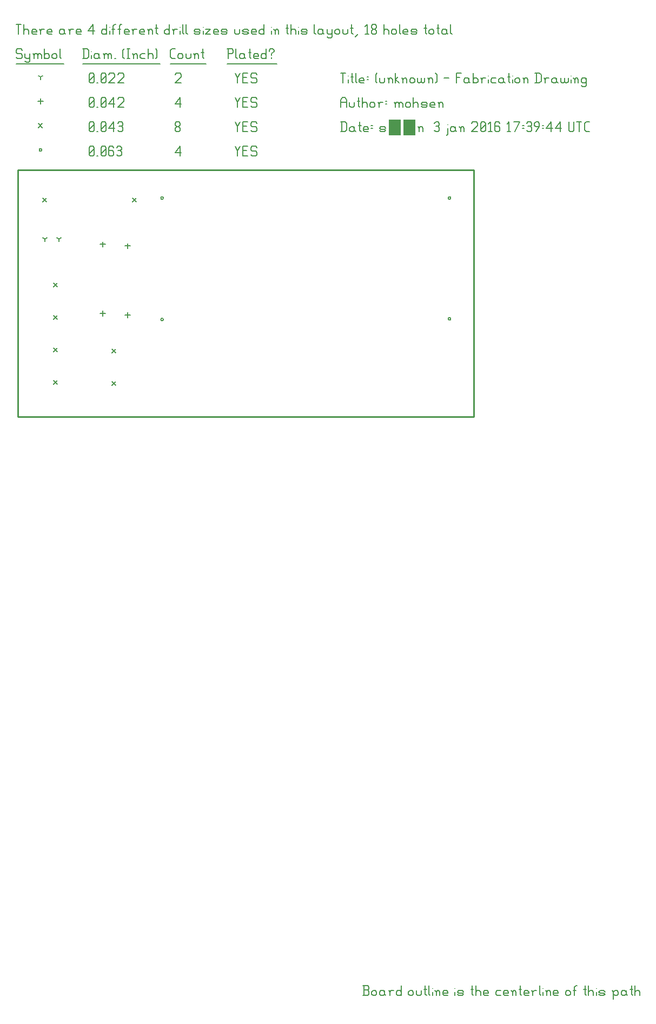
<source format=gbr>
G04 start of page 9 for group -3984 idx -3984 *
G04 Title: (unknown), fab *
G04 Creator: pcb 20110918 *
G04 CreationDate: sön  3 jan 2016 17:39:44 UTC *
G04 For: mohsen *
G04 Format: Gerber/RS-274X *
G04 PCB-Dimensions: 600000 500000 *
G04 PCB-Coordinate-Origin: lower left *
%MOIN*%
%FSLAX25Y25*%
%LNFAB*%
%ADD72C,0.0001*%
%ADD71C,0.0100*%
%ADD70C,0.0075*%
%ADD69C,0.0060*%
%ADD68C,0.0080*%
G54D68*X89169Y481622D02*G75*G03X90769Y481622I800J0D01*G01*
G75*G03X89169Y481622I-800J0D01*G01*
Y406819D02*G75*G03X90769Y406819I800J0D01*G01*
G75*G03X89169Y406819I-800J0D01*G01*
X266334Y481622D02*G75*G03X267934Y481622I800J0D01*G01*
G75*G03X266334Y481622I-800J0D01*G01*
Y407212D02*G75*G03X267934Y407212I800J0D01*G01*
G75*G03X266334Y407212I-800J0D01*G01*
X14200Y511250D02*G75*G03X15800Y511250I800J0D01*G01*
G75*G03X14200Y511250I-800J0D01*G01*
G54D69*X135000Y513500D02*X136500Y510500D01*
X138000Y513500D01*
X136500Y510500D02*Y507500D01*
X139800Y510800D02*X142050D01*
X139800Y507500D02*X142800D01*
X139800Y513500D02*Y507500D01*
Y513500D02*X142800D01*
X147600D02*X148350Y512750D01*
X145350Y513500D02*X147600D01*
X144600Y512750D02*X145350Y513500D01*
X144600Y512750D02*Y511250D01*
X145350Y510500D01*
X147600D01*
X148350Y509750D01*
Y508250D01*
X147600Y507500D02*X148350Y508250D01*
X145350Y507500D02*X147600D01*
X144600Y508250D02*X145350Y507500D01*
X98000Y509750D02*X101000Y513500D01*
X98000Y509750D02*X101750D01*
X101000Y513500D02*Y507500D01*
X45000Y508250D02*X45750Y507500D01*
X45000Y512750D02*Y508250D01*
Y512750D02*X45750Y513500D01*
X47250D01*
X48000Y512750D01*
Y508250D01*
X47250Y507500D02*X48000Y508250D01*
X45750Y507500D02*X47250D01*
X45000Y509000D02*X48000Y512000D01*
X49800Y507500D02*X50550D01*
X52350Y508250D02*X53100Y507500D01*
X52350Y512750D02*Y508250D01*
Y512750D02*X53100Y513500D01*
X54600D01*
X55350Y512750D01*
Y508250D01*
X54600Y507500D02*X55350Y508250D01*
X53100Y507500D02*X54600D01*
X52350Y509000D02*X55350Y512000D01*
X59400Y513500D02*X60150Y512750D01*
X57900Y513500D02*X59400D01*
X57150Y512750D02*X57900Y513500D01*
X57150Y512750D02*Y508250D01*
X57900Y507500D01*
X59400Y510800D02*X60150Y510050D01*
X57150Y510800D02*X59400D01*
X57900Y507500D02*X59400D01*
X60150Y508250D01*
Y510050D02*Y508250D01*
X61950Y512750D02*X62700Y513500D01*
X64200D01*
X64950Y512750D01*
X64200Y507500D02*X64950Y508250D01*
X62700Y507500D02*X64200D01*
X61950Y508250D02*X62700Y507500D01*
Y510800D02*X64200D01*
X64950Y512750D02*Y511550D01*
Y510050D02*Y508250D01*
Y510050D02*X64200Y510800D01*
X64950Y511550D02*X64200Y510800D01*
X58997Y368539D02*X61397Y366139D01*
X58997D02*X61397Y368539D01*
X58997Y388539D02*X61397Y386139D01*
X58997D02*X61397Y388539D01*
X23060Y389263D02*X25460Y386863D01*
X23060D02*X25460Y389263D01*
X23060Y369263D02*X25460Y366863D01*
X23060D02*X25460Y369263D01*
X23060Y429224D02*X25460Y426824D01*
X23060D02*X25460Y429224D01*
X23060Y409224D02*X25460Y406824D01*
X23060D02*X25460Y409224D01*
X16461Y481499D02*X18861Y479099D01*
X16461D02*X18861Y481499D01*
X71579D02*X73979Y479099D01*
X71579D02*X73979Y481499D01*
X13800Y527450D02*X16200Y525050D01*
X13800D02*X16200Y527450D01*
X135000Y528500D02*X136500Y525500D01*
X138000Y528500D01*
X136500Y525500D02*Y522500D01*
X139800Y525800D02*X142050D01*
X139800Y522500D02*X142800D01*
X139800Y528500D02*Y522500D01*
Y528500D02*X142800D01*
X147600D02*X148350Y527750D01*
X145350Y528500D02*X147600D01*
X144600Y527750D02*X145350Y528500D01*
X144600Y527750D02*Y526250D01*
X145350Y525500D01*
X147600D01*
X148350Y524750D01*
Y523250D01*
X147600Y522500D02*X148350Y523250D01*
X145350Y522500D02*X147600D01*
X144600Y523250D02*X145350Y522500D01*
X98000Y523250D02*X98750Y522500D01*
X98000Y524450D02*Y523250D01*
Y524450D02*X99050Y525500D01*
X99950D01*
X101000Y524450D01*
Y523250D01*
X100250Y522500D02*X101000Y523250D01*
X98750Y522500D02*X100250D01*
X98000Y526550D02*X99050Y525500D01*
X98000Y527750D02*Y526550D01*
Y527750D02*X98750Y528500D01*
X100250D01*
X101000Y527750D01*
Y526550D01*
X99950Y525500D02*X101000Y526550D01*
X45000Y523250D02*X45750Y522500D01*
X45000Y527750D02*Y523250D01*
Y527750D02*X45750Y528500D01*
X47250D01*
X48000Y527750D01*
Y523250D01*
X47250Y522500D02*X48000Y523250D01*
X45750Y522500D02*X47250D01*
X45000Y524000D02*X48000Y527000D01*
X49800Y522500D02*X50550D01*
X52350Y523250D02*X53100Y522500D01*
X52350Y527750D02*Y523250D01*
Y527750D02*X53100Y528500D01*
X54600D01*
X55350Y527750D01*
Y523250D01*
X54600Y522500D02*X55350Y523250D01*
X53100Y522500D02*X54600D01*
X52350Y524000D02*X55350Y527000D01*
X57150Y524750D02*X60150Y528500D01*
X57150Y524750D02*X60900D01*
X60150Y528500D02*Y522500D01*
X62700Y527750D02*X63450Y528500D01*
X64950D01*
X65700Y527750D01*
X64950Y522500D02*X65700Y523250D01*
X63450Y522500D02*X64950D01*
X62700Y523250D02*X63450Y522500D01*
Y525800D02*X64950D01*
X65700Y527750D02*Y526550D01*
Y525050D02*Y523250D01*
Y525050D02*X64950Y525800D01*
X65700Y526550D02*X64950Y525800D01*
X68779Y411217D02*Y408017D01*
X67179Y409617D02*X70379D01*
X68779Y453717D02*Y450517D01*
X67179Y452117D02*X70379D01*
X53465Y454755D02*Y451555D01*
X51865Y453155D02*X55065D01*
X53465Y412255D02*Y409055D01*
X51865Y410655D02*X55065D01*
X15000Y542850D02*Y539650D01*
X13400Y541250D02*X16600D01*
X135000Y543500D02*X136500Y540500D01*
X138000Y543500D01*
X136500Y540500D02*Y537500D01*
X139800Y540800D02*X142050D01*
X139800Y537500D02*X142800D01*
X139800Y543500D02*Y537500D01*
Y543500D02*X142800D01*
X147600D02*X148350Y542750D01*
X145350Y543500D02*X147600D01*
X144600Y542750D02*X145350Y543500D01*
X144600Y542750D02*Y541250D01*
X145350Y540500D01*
X147600D01*
X148350Y539750D01*
Y538250D01*
X147600Y537500D02*X148350Y538250D01*
X145350Y537500D02*X147600D01*
X144600Y538250D02*X145350Y537500D01*
X98000Y539750D02*X101000Y543500D01*
X98000Y539750D02*X101750D01*
X101000Y543500D02*Y537500D01*
X45000Y538250D02*X45750Y537500D01*
X45000Y542750D02*Y538250D01*
Y542750D02*X45750Y543500D01*
X47250D01*
X48000Y542750D01*
Y538250D01*
X47250Y537500D02*X48000Y538250D01*
X45750Y537500D02*X47250D01*
X45000Y539000D02*X48000Y542000D01*
X49800Y537500D02*X50550D01*
X52350Y538250D02*X53100Y537500D01*
X52350Y542750D02*Y538250D01*
Y542750D02*X53100Y543500D01*
X54600D01*
X55350Y542750D01*
Y538250D01*
X54600Y537500D02*X55350Y538250D01*
X53100Y537500D02*X54600D01*
X52350Y539000D02*X55350Y542000D01*
X57150Y539750D02*X60150Y543500D01*
X57150Y539750D02*X60900D01*
X60150Y543500D02*Y537500D01*
X62700Y542750D02*X63450Y543500D01*
X65700D01*
X66450Y542750D01*
Y541250D01*
X62700Y537500D02*X66450Y541250D01*
X62700Y537500D02*X66450D01*
X17804Y456409D02*Y454809D01*
Y456409D02*X19191Y457209D01*
X17804Y456409D02*X16417Y457209D01*
X26465Y456409D02*Y454809D01*
Y456409D02*X27852Y457209D01*
X26465Y456409D02*X25078Y457209D01*
X15000Y556250D02*Y554650D01*
Y556250D02*X16387Y557050D01*
X15000Y556250D02*X13613Y557050D01*
X135000Y558500D02*X136500Y555500D01*
X138000Y558500D01*
X136500Y555500D02*Y552500D01*
X139800Y555800D02*X142050D01*
X139800Y552500D02*X142800D01*
X139800Y558500D02*Y552500D01*
Y558500D02*X142800D01*
X147600D02*X148350Y557750D01*
X145350Y558500D02*X147600D01*
X144600Y557750D02*X145350Y558500D01*
X144600Y557750D02*Y556250D01*
X145350Y555500D01*
X147600D01*
X148350Y554750D01*
Y553250D01*
X147600Y552500D02*X148350Y553250D01*
X145350Y552500D02*X147600D01*
X144600Y553250D02*X145350Y552500D01*
X98000Y557750D02*X98750Y558500D01*
X101000D01*
X101750Y557750D01*
Y556250D01*
X98000Y552500D02*X101750Y556250D01*
X98000Y552500D02*X101750D01*
X45000Y553250D02*X45750Y552500D01*
X45000Y557750D02*Y553250D01*
Y557750D02*X45750Y558500D01*
X47250D01*
X48000Y557750D01*
Y553250D01*
X47250Y552500D02*X48000Y553250D01*
X45750Y552500D02*X47250D01*
X45000Y554000D02*X48000Y557000D01*
X49800Y552500D02*X50550D01*
X52350Y553250D02*X53100Y552500D01*
X52350Y557750D02*Y553250D01*
Y557750D02*X53100Y558500D01*
X54600D01*
X55350Y557750D01*
Y553250D01*
X54600Y552500D02*X55350Y553250D01*
X53100Y552500D02*X54600D01*
X52350Y554000D02*X55350Y557000D01*
X57150Y557750D02*X57900Y558500D01*
X60150D01*
X60900Y557750D01*
Y556250D01*
X57150Y552500D02*X60900Y556250D01*
X57150Y552500D02*X60900D01*
X62700Y557750D02*X63450Y558500D01*
X65700D01*
X66450Y557750D01*
Y556250D01*
X62700Y552500D02*X66450Y556250D01*
X62700Y552500D02*X66450D01*
X3000Y573500D02*X3750Y572750D01*
X750Y573500D02*X3000D01*
X0Y572750D02*X750Y573500D01*
X0Y572750D02*Y571250D01*
X750Y570500D01*
X3000D01*
X3750Y569750D01*
Y568250D01*
X3000Y567500D02*X3750Y568250D01*
X750Y567500D02*X3000D01*
X0Y568250D02*X750Y567500D01*
X5550Y570500D02*Y568250D01*
X6300Y567500D01*
X8550Y570500D02*Y566000D01*
X7800Y565250D02*X8550Y566000D01*
X6300Y565250D02*X7800D01*
X5550Y566000D02*X6300Y565250D01*
Y567500D02*X7800D01*
X8550Y568250D01*
X11100Y569750D02*Y567500D01*
Y569750D02*X11850Y570500D01*
X12600D01*
X13350Y569750D01*
Y567500D01*
Y569750D02*X14100Y570500D01*
X14850D01*
X15600Y569750D01*
Y567500D01*
X10350Y570500D02*X11100Y569750D01*
X17400Y573500D02*Y567500D01*
Y568250D02*X18150Y567500D01*
X19650D01*
X20400Y568250D01*
Y569750D02*Y568250D01*
X19650Y570500D02*X20400Y569750D01*
X18150Y570500D02*X19650D01*
X17400Y569750D02*X18150Y570500D01*
X22200Y569750D02*Y568250D01*
Y569750D02*X22950Y570500D01*
X24450D01*
X25200Y569750D01*
Y568250D01*
X24450Y567500D02*X25200Y568250D01*
X22950Y567500D02*X24450D01*
X22200Y568250D02*X22950Y567500D01*
X27000Y573500D02*Y568250D01*
X27750Y567500D01*
X0Y564250D02*X29250D01*
X41750Y573500D02*Y567500D01*
X43700Y573500D02*X44750Y572450D01*
Y568550D01*
X43700Y567500D02*X44750Y568550D01*
X41000Y567500D02*X43700D01*
X41000Y573500D02*X43700D01*
G54D70*X46550Y572000D02*Y571850D01*
G54D69*Y569750D02*Y567500D01*
X50300Y570500D02*X51050Y569750D01*
X48800Y570500D02*X50300D01*
X48050Y569750D02*X48800Y570500D01*
X48050Y569750D02*Y568250D01*
X48800Y567500D01*
X51050Y570500D02*Y568250D01*
X51800Y567500D01*
X48800D02*X50300D01*
X51050Y568250D01*
X54350Y569750D02*Y567500D01*
Y569750D02*X55100Y570500D01*
X55850D01*
X56600Y569750D01*
Y567500D01*
Y569750D02*X57350Y570500D01*
X58100D01*
X58850Y569750D01*
Y567500D01*
X53600Y570500D02*X54350Y569750D01*
X60650Y567500D02*X61400D01*
X65900Y568250D02*X66650Y567500D01*
X65900Y572750D02*X66650Y573500D01*
X65900Y572750D02*Y568250D01*
X68450Y573500D02*X69950D01*
X69200D02*Y567500D01*
X68450D02*X69950D01*
X72500Y569750D02*Y567500D01*
Y569750D02*X73250Y570500D01*
X74000D01*
X74750Y569750D01*
Y567500D01*
X71750Y570500D02*X72500Y569750D01*
X77300Y570500D02*X79550D01*
X76550Y569750D02*X77300Y570500D01*
X76550Y569750D02*Y568250D01*
X77300Y567500D01*
X79550D01*
X81350Y573500D02*Y567500D01*
Y569750D02*X82100Y570500D01*
X83600D01*
X84350Y569750D01*
Y567500D01*
X86150Y573500D02*X86900Y572750D01*
Y568250D01*
X86150Y567500D02*X86900Y568250D01*
X41000Y564250D02*X88700D01*
X96050Y567500D02*X98000D01*
X95000Y568550D02*X96050Y567500D01*
X95000Y572450D02*Y568550D01*
Y572450D02*X96050Y573500D01*
X98000D01*
X99800Y569750D02*Y568250D01*
Y569750D02*X100550Y570500D01*
X102050D01*
X102800Y569750D01*
Y568250D01*
X102050Y567500D02*X102800Y568250D01*
X100550Y567500D02*X102050D01*
X99800Y568250D02*X100550Y567500D01*
X104600Y570500D02*Y568250D01*
X105350Y567500D01*
X106850D01*
X107600Y568250D01*
Y570500D02*Y568250D01*
X110150Y569750D02*Y567500D01*
Y569750D02*X110900Y570500D01*
X111650D01*
X112400Y569750D01*
Y567500D01*
X109400Y570500D02*X110150Y569750D01*
X114950Y573500D02*Y568250D01*
X115700Y567500D01*
X114200Y571250D02*X115700D01*
X95000Y564250D02*X117200D01*
X130750Y573500D02*Y567500D01*
X130000Y573500D02*X133000D01*
X133750Y572750D01*
Y571250D01*
X133000Y570500D02*X133750Y571250D01*
X130750Y570500D02*X133000D01*
X135550Y573500D02*Y568250D01*
X136300Y567500D01*
X140050Y570500D02*X140800Y569750D01*
X138550Y570500D02*X140050D01*
X137800Y569750D02*X138550Y570500D01*
X137800Y569750D02*Y568250D01*
X138550Y567500D01*
X140800Y570500D02*Y568250D01*
X141550Y567500D01*
X138550D02*X140050D01*
X140800Y568250D01*
X144100Y573500D02*Y568250D01*
X144850Y567500D01*
X143350Y571250D02*X144850D01*
X147100Y567500D02*X149350D01*
X146350Y568250D02*X147100Y567500D01*
X146350Y569750D02*Y568250D01*
Y569750D02*X147100Y570500D01*
X148600D01*
X149350Y569750D01*
X146350Y569000D02*X149350D01*
Y569750D02*Y569000D01*
X154150Y573500D02*Y567500D01*
X153400D02*X154150Y568250D01*
X151900Y567500D02*X153400D01*
X151150Y568250D02*X151900Y567500D01*
X151150Y569750D02*Y568250D01*
Y569750D02*X151900Y570500D01*
X153400D01*
X154150Y569750D01*
X157450Y570500D02*Y569750D01*
Y568250D02*Y567500D01*
X155950Y572750D02*Y572000D01*
Y572750D02*X156700Y573500D01*
X158200D01*
X158950Y572750D01*
Y572000D01*
X157450Y570500D02*X158950Y572000D01*
X130000Y564250D02*X160750D01*
X0Y588500D02*X3000D01*
X1500D02*Y582500D01*
X4800Y588500D02*Y582500D01*
Y584750D02*X5550Y585500D01*
X7050D01*
X7800Y584750D01*
Y582500D01*
X10350D02*X12600D01*
X9600Y583250D02*X10350Y582500D01*
X9600Y584750D02*Y583250D01*
Y584750D02*X10350Y585500D01*
X11850D01*
X12600Y584750D01*
X9600Y584000D02*X12600D01*
Y584750D02*Y584000D01*
X15150Y584750D02*Y582500D01*
Y584750D02*X15900Y585500D01*
X17400D01*
X14400D02*X15150Y584750D01*
X19950Y582500D02*X22200D01*
X19200Y583250D02*X19950Y582500D01*
X19200Y584750D02*Y583250D01*
Y584750D02*X19950Y585500D01*
X21450D01*
X22200Y584750D01*
X19200Y584000D02*X22200D01*
Y584750D02*Y584000D01*
X28950Y585500D02*X29700Y584750D01*
X27450Y585500D02*X28950D01*
X26700Y584750D02*X27450Y585500D01*
X26700Y584750D02*Y583250D01*
X27450Y582500D01*
X29700Y585500D02*Y583250D01*
X30450Y582500D01*
X27450D02*X28950D01*
X29700Y583250D01*
X33000Y584750D02*Y582500D01*
Y584750D02*X33750Y585500D01*
X35250D01*
X32250D02*X33000Y584750D01*
X37800Y582500D02*X40050D01*
X37050Y583250D02*X37800Y582500D01*
X37050Y584750D02*Y583250D01*
Y584750D02*X37800Y585500D01*
X39300D01*
X40050Y584750D01*
X37050Y584000D02*X40050D01*
Y584750D02*Y584000D01*
X44550Y584750D02*X47550Y588500D01*
X44550Y584750D02*X48300D01*
X47550Y588500D02*Y582500D01*
X55800Y588500D02*Y582500D01*
X55050D02*X55800Y583250D01*
X53550Y582500D02*X55050D01*
X52800Y583250D02*X53550Y582500D01*
X52800Y584750D02*Y583250D01*
Y584750D02*X53550Y585500D01*
X55050D01*
X55800Y584750D01*
G54D70*X57600Y587000D02*Y586850D01*
G54D69*Y584750D02*Y582500D01*
X59850Y587750D02*Y582500D01*
Y587750D02*X60600Y588500D01*
X61350D01*
X59100Y585500D02*X60600D01*
X63600Y587750D02*Y582500D01*
Y587750D02*X64350Y588500D01*
X65100D01*
X62850Y585500D02*X64350D01*
X67350Y582500D02*X69600D01*
X66600Y583250D02*X67350Y582500D01*
X66600Y584750D02*Y583250D01*
Y584750D02*X67350Y585500D01*
X68850D01*
X69600Y584750D01*
X66600Y584000D02*X69600D01*
Y584750D02*Y584000D01*
X72150Y584750D02*Y582500D01*
Y584750D02*X72900Y585500D01*
X74400D01*
X71400D02*X72150Y584750D01*
X76950Y582500D02*X79200D01*
X76200Y583250D02*X76950Y582500D01*
X76200Y584750D02*Y583250D01*
Y584750D02*X76950Y585500D01*
X78450D01*
X79200Y584750D01*
X76200Y584000D02*X79200D01*
Y584750D02*Y584000D01*
X81750Y584750D02*Y582500D01*
Y584750D02*X82500Y585500D01*
X83250D01*
X84000Y584750D01*
Y582500D01*
X81000Y585500D02*X81750Y584750D01*
X86550Y588500D02*Y583250D01*
X87300Y582500D01*
X85800Y586250D02*X87300D01*
X94500Y588500D02*Y582500D01*
X93750D02*X94500Y583250D01*
X92250Y582500D02*X93750D01*
X91500Y583250D02*X92250Y582500D01*
X91500Y584750D02*Y583250D01*
Y584750D02*X92250Y585500D01*
X93750D01*
X94500Y584750D01*
X97050D02*Y582500D01*
Y584750D02*X97800Y585500D01*
X99300D01*
X96300D02*X97050Y584750D01*
G54D70*X101100Y587000D02*Y586850D01*
G54D69*Y584750D02*Y582500D01*
X102600Y588500D02*Y583250D01*
X103350Y582500D01*
X104850Y588500D02*Y583250D01*
X105600Y582500D01*
X110550D02*X112800D01*
X113550Y583250D01*
X112800Y584000D02*X113550Y583250D01*
X110550Y584000D02*X112800D01*
X109800Y584750D02*X110550Y584000D01*
X109800Y584750D02*X110550Y585500D01*
X112800D01*
X113550Y584750D01*
X109800Y583250D02*X110550Y582500D01*
G54D70*X115350Y587000D02*Y586850D01*
G54D69*Y584750D02*Y582500D01*
X116850Y585500D02*X119850D01*
X116850Y582500D02*X119850Y585500D01*
X116850Y582500D02*X119850D01*
X122400D02*X124650D01*
X121650Y583250D02*X122400Y582500D01*
X121650Y584750D02*Y583250D01*
Y584750D02*X122400Y585500D01*
X123900D01*
X124650Y584750D01*
X121650Y584000D02*X124650D01*
Y584750D02*Y584000D01*
X127200Y582500D02*X129450D01*
X130200Y583250D01*
X129450Y584000D02*X130200Y583250D01*
X127200Y584000D02*X129450D01*
X126450Y584750D02*X127200Y584000D01*
X126450Y584750D02*X127200Y585500D01*
X129450D01*
X130200Y584750D01*
X126450Y583250D02*X127200Y582500D01*
X134700Y585500D02*Y583250D01*
X135450Y582500D01*
X136950D01*
X137700Y583250D01*
Y585500D02*Y583250D01*
X140250Y582500D02*X142500D01*
X143250Y583250D01*
X142500Y584000D02*X143250Y583250D01*
X140250Y584000D02*X142500D01*
X139500Y584750D02*X140250Y584000D01*
X139500Y584750D02*X140250Y585500D01*
X142500D01*
X143250Y584750D01*
X139500Y583250D02*X140250Y582500D01*
X145800D02*X148050D01*
X145050Y583250D02*X145800Y582500D01*
X145050Y584750D02*Y583250D01*
Y584750D02*X145800Y585500D01*
X147300D01*
X148050Y584750D01*
X145050Y584000D02*X148050D01*
Y584750D02*Y584000D01*
X152850Y588500D02*Y582500D01*
X152100D02*X152850Y583250D01*
X150600Y582500D02*X152100D01*
X149850Y583250D02*X150600Y582500D01*
X149850Y584750D02*Y583250D01*
Y584750D02*X150600Y585500D01*
X152100D01*
X152850Y584750D01*
G54D70*X157350Y587000D02*Y586850D01*
G54D69*Y584750D02*Y582500D01*
X159600Y584750D02*Y582500D01*
Y584750D02*X160350Y585500D01*
X161100D01*
X161850Y584750D01*
Y582500D01*
X158850Y585500D02*X159600Y584750D01*
X167100Y588500D02*Y583250D01*
X167850Y582500D01*
X166350Y586250D02*X167850D01*
X169350Y588500D02*Y582500D01*
Y584750D02*X170100Y585500D01*
X171600D01*
X172350Y584750D01*
Y582500D01*
G54D70*X174150Y587000D02*Y586850D01*
G54D69*Y584750D02*Y582500D01*
X176400D02*X178650D01*
X179400Y583250D01*
X178650Y584000D02*X179400Y583250D01*
X176400Y584000D02*X178650D01*
X175650Y584750D02*X176400Y584000D01*
X175650Y584750D02*X176400Y585500D01*
X178650D01*
X179400Y584750D01*
X175650Y583250D02*X176400Y582500D01*
X183900Y588500D02*Y583250D01*
X184650Y582500D01*
X188400Y585500D02*X189150Y584750D01*
X186900Y585500D02*X188400D01*
X186150Y584750D02*X186900Y585500D01*
X186150Y584750D02*Y583250D01*
X186900Y582500D01*
X189150Y585500D02*Y583250D01*
X189900Y582500D01*
X186900D02*X188400D01*
X189150Y583250D01*
X191700Y585500D02*Y583250D01*
X192450Y582500D01*
X194700Y585500D02*Y581000D01*
X193950Y580250D02*X194700Y581000D01*
X192450Y580250D02*X193950D01*
X191700Y581000D02*X192450Y580250D01*
Y582500D02*X193950D01*
X194700Y583250D01*
X196500Y584750D02*Y583250D01*
Y584750D02*X197250Y585500D01*
X198750D01*
X199500Y584750D01*
Y583250D01*
X198750Y582500D02*X199500Y583250D01*
X197250Y582500D02*X198750D01*
X196500Y583250D02*X197250Y582500D01*
X201300Y585500D02*Y583250D01*
X202050Y582500D01*
X203550D01*
X204300Y583250D01*
Y585500D02*Y583250D01*
X206850Y588500D02*Y583250D01*
X207600Y582500D01*
X206100Y586250D02*X207600D01*
X209100Y581000D02*X210600Y582500D01*
X215100Y587300D02*X216300Y588500D01*
Y582500D01*
X215100D02*X217350D01*
X219150Y583250D02*X219900Y582500D01*
X219150Y584450D02*Y583250D01*
Y584450D02*X220200Y585500D01*
X221100D01*
X222150Y584450D01*
Y583250D01*
X221400Y582500D02*X222150Y583250D01*
X219900Y582500D02*X221400D01*
X219150Y586550D02*X220200Y585500D01*
X219150Y587750D02*Y586550D01*
Y587750D02*X219900Y588500D01*
X221400D01*
X222150Y587750D01*
Y586550D01*
X221100Y585500D02*X222150Y586550D01*
X226650Y588500D02*Y582500D01*
Y584750D02*X227400Y585500D01*
X228900D01*
X229650Y584750D01*
Y582500D01*
X231450Y584750D02*Y583250D01*
Y584750D02*X232200Y585500D01*
X233700D01*
X234450Y584750D01*
Y583250D01*
X233700Y582500D02*X234450Y583250D01*
X232200Y582500D02*X233700D01*
X231450Y583250D02*X232200Y582500D01*
X236250Y588500D02*Y583250D01*
X237000Y582500D01*
X239250D02*X241500D01*
X238500Y583250D02*X239250Y582500D01*
X238500Y584750D02*Y583250D01*
Y584750D02*X239250Y585500D01*
X240750D01*
X241500Y584750D01*
X238500Y584000D02*X241500D01*
Y584750D02*Y584000D01*
X244050Y582500D02*X246300D01*
X247050Y583250D01*
X246300Y584000D02*X247050Y583250D01*
X244050Y584000D02*X246300D01*
X243300Y584750D02*X244050Y584000D01*
X243300Y584750D02*X244050Y585500D01*
X246300D01*
X247050Y584750D01*
X243300Y583250D02*X244050Y582500D01*
X252300Y588500D02*Y583250D01*
X253050Y582500D01*
X251550Y586250D02*X253050D01*
X254550Y584750D02*Y583250D01*
Y584750D02*X255300Y585500D01*
X256800D01*
X257550Y584750D01*
Y583250D01*
X256800Y582500D02*X257550Y583250D01*
X255300Y582500D02*X256800D01*
X254550Y583250D02*X255300Y582500D01*
X260100Y588500D02*Y583250D01*
X260850Y582500D01*
X259350Y586250D02*X260850D01*
X264600Y585500D02*X265350Y584750D01*
X263100Y585500D02*X264600D01*
X262350Y584750D02*X263100Y585500D01*
X262350Y584750D02*Y583250D01*
X263100Y582500D01*
X265350Y585500D02*Y583250D01*
X266100Y582500D01*
X263100D02*X264600D01*
X265350Y583250D01*
X267900Y588500D02*Y583250D01*
X268650Y582500D01*
G54D71*X1000Y499000D02*Y347000D01*
X282000Y499000D02*Y347000D01*
X1000D02*X282000D01*
Y499000D02*X1000D01*
G54D69*X213675Y-9500D02*X216675D01*
X217425Y-8750D01*
Y-6950D02*Y-8750D01*
X216675Y-6200D02*X217425Y-6950D01*
X214425Y-6200D02*X216675D01*
X214425Y-3500D02*Y-9500D01*
X213675Y-3500D02*X216675D01*
X217425Y-4250D01*
Y-5450D01*
X216675Y-6200D02*X217425Y-5450D01*
X219225Y-7250D02*Y-8750D01*
Y-7250D02*X219975Y-6500D01*
X221475D01*
X222225Y-7250D01*
Y-8750D01*
X221475Y-9500D02*X222225Y-8750D01*
X219975Y-9500D02*X221475D01*
X219225Y-8750D02*X219975Y-9500D01*
X226275Y-6500D02*X227025Y-7250D01*
X224775Y-6500D02*X226275D01*
X224025Y-7250D02*X224775Y-6500D01*
X224025Y-7250D02*Y-8750D01*
X224775Y-9500D01*
X227025Y-6500D02*Y-8750D01*
X227775Y-9500D01*
X224775D02*X226275D01*
X227025Y-8750D01*
X230325Y-7250D02*Y-9500D01*
Y-7250D02*X231075Y-6500D01*
X232575D01*
X229575D02*X230325Y-7250D01*
X237375Y-3500D02*Y-9500D01*
X236625D02*X237375Y-8750D01*
X235125Y-9500D02*X236625D01*
X234375Y-8750D02*X235125Y-9500D01*
X234375Y-7250D02*Y-8750D01*
Y-7250D02*X235125Y-6500D01*
X236625D01*
X237375Y-7250D01*
X241875D02*Y-8750D01*
Y-7250D02*X242625Y-6500D01*
X244125D01*
X244875Y-7250D01*
Y-8750D01*
X244125Y-9500D02*X244875Y-8750D01*
X242625Y-9500D02*X244125D01*
X241875Y-8750D02*X242625Y-9500D01*
X246675Y-6500D02*Y-8750D01*
X247425Y-9500D01*
X248925D01*
X249675Y-8750D01*
Y-6500D02*Y-8750D01*
X252225Y-3500D02*Y-8750D01*
X252975Y-9500D01*
X251475Y-5750D02*X252975D01*
X254475Y-3500D02*Y-8750D01*
X255225Y-9500D01*
G54D70*X256725Y-5000D02*Y-5150D01*
G54D69*Y-7250D02*Y-9500D01*
X258975Y-7250D02*Y-9500D01*
Y-7250D02*X259725Y-6500D01*
X260475D01*
X261225Y-7250D01*
Y-9500D01*
X258225Y-6500D02*X258975Y-7250D01*
X263775Y-9500D02*X266025D01*
X263025Y-8750D02*X263775Y-9500D01*
X263025Y-7250D02*Y-8750D01*
Y-7250D02*X263775Y-6500D01*
X265275D01*
X266025Y-7250D01*
X263025Y-8000D02*X266025D01*
Y-7250D02*Y-8000D01*
G54D70*X270525Y-5000D02*Y-5150D01*
G54D69*Y-7250D02*Y-9500D01*
X272775D02*X275025D01*
X275775Y-8750D01*
X275025Y-8000D02*X275775Y-8750D01*
X272775Y-8000D02*X275025D01*
X272025Y-7250D02*X272775Y-8000D01*
X272025Y-7250D02*X272775Y-6500D01*
X275025D01*
X275775Y-7250D01*
X272025Y-8750D02*X272775Y-9500D01*
X281025Y-3500D02*Y-8750D01*
X281775Y-9500D01*
X280275Y-5750D02*X281775D01*
X283275Y-3500D02*Y-9500D01*
Y-7250D02*X284025Y-6500D01*
X285525D01*
X286275Y-7250D01*
Y-9500D01*
X288825D02*X291075D01*
X288075Y-8750D02*X288825Y-9500D01*
X288075Y-7250D02*Y-8750D01*
Y-7250D02*X288825Y-6500D01*
X290325D01*
X291075Y-7250D01*
X288075Y-8000D02*X291075D01*
Y-7250D02*Y-8000D01*
X296325Y-6500D02*X298575D01*
X295575Y-7250D02*X296325Y-6500D01*
X295575Y-7250D02*Y-8750D01*
X296325Y-9500D01*
X298575D01*
X301125D02*X303375D01*
X300375Y-8750D02*X301125Y-9500D01*
X300375Y-7250D02*Y-8750D01*
Y-7250D02*X301125Y-6500D01*
X302625D01*
X303375Y-7250D01*
X300375Y-8000D02*X303375D01*
Y-7250D02*Y-8000D01*
X305925Y-7250D02*Y-9500D01*
Y-7250D02*X306675Y-6500D01*
X307425D01*
X308175Y-7250D01*
Y-9500D01*
X305175Y-6500D02*X305925Y-7250D01*
X310725Y-3500D02*Y-8750D01*
X311475Y-9500D01*
X309975Y-5750D02*X311475D01*
X313725Y-9500D02*X315975D01*
X312975Y-8750D02*X313725Y-9500D01*
X312975Y-7250D02*Y-8750D01*
Y-7250D02*X313725Y-6500D01*
X315225D01*
X315975Y-7250D01*
X312975Y-8000D02*X315975D01*
Y-7250D02*Y-8000D01*
X318525Y-7250D02*Y-9500D01*
Y-7250D02*X319275Y-6500D01*
X320775D01*
X317775D02*X318525Y-7250D01*
X322575Y-3500D02*Y-8750D01*
X323325Y-9500D01*
G54D70*X324825Y-5000D02*Y-5150D01*
G54D69*Y-7250D02*Y-9500D01*
X327075Y-7250D02*Y-9500D01*
Y-7250D02*X327825Y-6500D01*
X328575D01*
X329325Y-7250D01*
Y-9500D01*
X326325Y-6500D02*X327075Y-7250D01*
X331875Y-9500D02*X334125D01*
X331125Y-8750D02*X331875Y-9500D01*
X331125Y-7250D02*Y-8750D01*
Y-7250D02*X331875Y-6500D01*
X333375D01*
X334125Y-7250D01*
X331125Y-8000D02*X334125D01*
Y-7250D02*Y-8000D01*
X338625Y-7250D02*Y-8750D01*
Y-7250D02*X339375Y-6500D01*
X340875D01*
X341625Y-7250D01*
Y-8750D01*
X340875Y-9500D02*X341625Y-8750D01*
X339375Y-9500D02*X340875D01*
X338625Y-8750D02*X339375Y-9500D01*
X344175Y-4250D02*Y-9500D01*
Y-4250D02*X344925Y-3500D01*
X345675D01*
X343425Y-6500D02*X344925D01*
X350625Y-3500D02*Y-8750D01*
X351375Y-9500D01*
X349875Y-5750D02*X351375D01*
X352875Y-3500D02*Y-9500D01*
Y-7250D02*X353625Y-6500D01*
X355125D01*
X355875Y-7250D01*
Y-9500D01*
G54D70*X357675Y-5000D02*Y-5150D01*
G54D69*Y-7250D02*Y-9500D01*
X359925D02*X362175D01*
X362925Y-8750D01*
X362175Y-8000D02*X362925Y-8750D01*
X359925Y-8000D02*X362175D01*
X359175Y-7250D02*X359925Y-8000D01*
X359175Y-7250D02*X359925Y-6500D01*
X362175D01*
X362925Y-7250D01*
X359175Y-8750D02*X359925Y-9500D01*
X368175Y-7250D02*Y-11750D01*
X367425Y-6500D02*X368175Y-7250D01*
X368925Y-6500D01*
X370425D01*
X371175Y-7250D01*
Y-8750D01*
X370425Y-9500D02*X371175Y-8750D01*
X368925Y-9500D02*X370425D01*
X368175Y-8750D02*X368925Y-9500D01*
X375225Y-6500D02*X375975Y-7250D01*
X373725Y-6500D02*X375225D01*
X372975Y-7250D02*X373725Y-6500D01*
X372975Y-7250D02*Y-8750D01*
X373725Y-9500D01*
X375975Y-6500D02*Y-8750D01*
X376725Y-9500D01*
X373725D02*X375225D01*
X375975Y-8750D01*
X379275Y-3500D02*Y-8750D01*
X380025Y-9500D01*
X378525Y-5750D02*X380025D01*
X381525Y-3500D02*Y-9500D01*
Y-7250D02*X382275Y-6500D01*
X383775D01*
X384525Y-7250D01*
Y-9500D01*
X200750Y528500D02*Y522500D01*
X202700Y528500D02*X203750Y527450D01*
Y523550D01*
X202700Y522500D02*X203750Y523550D01*
X200000Y522500D02*X202700D01*
X200000Y528500D02*X202700D01*
X207800Y525500D02*X208550Y524750D01*
X206300Y525500D02*X207800D01*
X205550Y524750D02*X206300Y525500D01*
X205550Y524750D02*Y523250D01*
X206300Y522500D01*
X208550Y525500D02*Y523250D01*
X209300Y522500D01*
X206300D02*X207800D01*
X208550Y523250D01*
X211850Y528500D02*Y523250D01*
X212600Y522500D01*
X211100Y526250D02*X212600D01*
X214850Y522500D02*X217100D01*
X214100Y523250D02*X214850Y522500D01*
X214100Y524750D02*Y523250D01*
Y524750D02*X214850Y525500D01*
X216350D01*
X217100Y524750D01*
X214100Y524000D02*X217100D01*
Y524750D02*Y524000D01*
X218900Y526250D02*X219650D01*
X218900Y524750D02*X219650D01*
X224900Y522500D02*X227150D01*
X227900Y523250D01*
X227150Y524000D02*X227900Y523250D01*
X224900Y524000D02*X227150D01*
X224150Y524750D02*X224900Y524000D01*
X224150Y524750D02*X224900Y525500D01*
X227150D01*
X227900Y524750D01*
X224150Y523250D02*X224900Y522500D01*
G54D72*G36*
X229700Y530000D02*Y520250D01*
X237200D01*
Y530000D01*
X229700D01*
G37*
G36*
X238700D02*Y520250D01*
X246200D01*
Y530000D01*
X238700D01*
G37*
G54D69*X248450Y524750D02*Y522500D01*
Y524750D02*X249200Y525500D01*
X249950D01*
X250700Y524750D01*
Y522500D01*
X247700Y525500D02*X248450Y524750D01*
X257900Y527750D02*X258650Y528500D01*
X260150D01*
X260900Y527750D01*
X260150Y522500D02*X260900Y523250D01*
X258650Y522500D02*X260150D01*
X257900Y523250D02*X258650Y522500D01*
Y525800D02*X260150D01*
X260900Y527750D02*Y526550D01*
Y525050D02*Y523250D01*
Y525050D02*X260150Y525800D01*
X260900Y526550D02*X260150Y525800D01*
G54D70*X266150Y527000D02*Y526850D01*
G54D69*Y524750D02*Y521000D01*
X265400Y520250D02*X266150Y521000D01*
X269900Y525500D02*X270650Y524750D01*
X268400Y525500D02*X269900D01*
X267650Y524750D02*X268400Y525500D01*
X267650Y524750D02*Y523250D01*
X268400Y522500D01*
X270650Y525500D02*Y523250D01*
X271400Y522500D01*
X268400D02*X269900D01*
X270650Y523250D01*
X273950Y524750D02*Y522500D01*
Y524750D02*X274700Y525500D01*
X275450D01*
X276200Y524750D01*
Y522500D01*
X273200Y525500D02*X273950Y524750D01*
X280700Y527750D02*X281450Y528500D01*
X283700D01*
X284450Y527750D01*
Y526250D01*
X280700Y522500D02*X284450Y526250D01*
X280700Y522500D02*X284450D01*
X286250Y523250D02*X287000Y522500D01*
X286250Y527750D02*Y523250D01*
Y527750D02*X287000Y528500D01*
X288500D01*
X289250Y527750D01*
Y523250D01*
X288500Y522500D02*X289250Y523250D01*
X287000Y522500D02*X288500D01*
X286250Y524000D02*X289250Y527000D01*
X291050Y527300D02*X292250Y528500D01*
Y522500D01*
X291050D02*X293300D01*
X297350Y528500D02*X298100Y527750D01*
X295850Y528500D02*X297350D01*
X295100Y527750D02*X295850Y528500D01*
X295100Y527750D02*Y523250D01*
X295850Y522500D01*
X297350Y525800D02*X298100Y525050D01*
X295100Y525800D02*X297350D01*
X295850Y522500D02*X297350D01*
X298100Y523250D01*
Y525050D02*Y523250D01*
X302600Y527300D02*X303800Y528500D01*
Y522500D01*
X302600D02*X304850D01*
X307400D02*X310400Y528500D01*
X306650D02*X310400D01*
X312200Y526250D02*X312950D01*
X312200Y524750D02*X312950D01*
X314750Y527750D02*X315500Y528500D01*
X317000D01*
X317750Y527750D01*
X317000Y522500D02*X317750Y523250D01*
X315500Y522500D02*X317000D01*
X314750Y523250D02*X315500Y522500D01*
Y525800D02*X317000D01*
X317750Y527750D02*Y526550D01*
Y525050D02*Y523250D01*
Y525050D02*X317000Y525800D01*
X317750Y526550D02*X317000Y525800D01*
X320300Y522500D02*X322550Y525500D01*
Y527750D02*Y525500D01*
X321800Y528500D02*X322550Y527750D01*
X320300Y528500D02*X321800D01*
X319550Y527750D02*X320300Y528500D01*
X319550Y527750D02*Y526250D01*
X320300Y525500D01*
X322550D01*
X324350Y526250D02*X325100D01*
X324350Y524750D02*X325100D01*
X326900D02*X329900Y528500D01*
X326900Y524750D02*X330650D01*
X329900Y528500D02*Y522500D01*
X332450Y524750D02*X335450Y528500D01*
X332450Y524750D02*X336200D01*
X335450Y528500D02*Y522500D01*
X340700Y528500D02*Y523250D01*
X341450Y522500D01*
X342950D01*
X343700Y523250D01*
Y528500D02*Y523250D01*
X345500Y528500D02*X348500D01*
X347000D02*Y522500D01*
X351350D02*X353300D01*
X350300Y523550D02*X351350Y522500D01*
X350300Y527450D02*Y523550D01*
Y527450D02*X351350Y528500D01*
X353300D01*
X200000Y542000D02*Y537500D01*
Y542000D02*X201050Y543500D01*
X202700D01*
X203750Y542000D01*
Y537500D01*
X200000Y540500D02*X203750D01*
X205550D02*Y538250D01*
X206300Y537500D01*
X207800D01*
X208550Y538250D01*
Y540500D02*Y538250D01*
X211100Y543500D02*Y538250D01*
X211850Y537500D01*
X210350Y541250D02*X211850D01*
X213350Y543500D02*Y537500D01*
Y539750D02*X214100Y540500D01*
X215600D01*
X216350Y539750D01*
Y537500D01*
X218150Y539750D02*Y538250D01*
Y539750D02*X218900Y540500D01*
X220400D01*
X221150Y539750D01*
Y538250D01*
X220400Y537500D02*X221150Y538250D01*
X218900Y537500D02*X220400D01*
X218150Y538250D02*X218900Y537500D01*
X223700Y539750D02*Y537500D01*
Y539750D02*X224450Y540500D01*
X225950D01*
X222950D02*X223700Y539750D01*
X227750Y541250D02*X228500D01*
X227750Y539750D02*X228500D01*
X233750D02*Y537500D01*
Y539750D02*X234500Y540500D01*
X235250D01*
X236000Y539750D01*
Y537500D01*
Y539750D02*X236750Y540500D01*
X237500D01*
X238250Y539750D01*
Y537500D01*
X233000Y540500D02*X233750Y539750D01*
X240050D02*Y538250D01*
Y539750D02*X240800Y540500D01*
X242300D01*
X243050Y539750D01*
Y538250D01*
X242300Y537500D02*X243050Y538250D01*
X240800Y537500D02*X242300D01*
X240050Y538250D02*X240800Y537500D01*
X244850Y543500D02*Y537500D01*
Y539750D02*X245600Y540500D01*
X247100D01*
X247850Y539750D01*
Y537500D01*
X250400D02*X252650D01*
X253400Y538250D01*
X252650Y539000D02*X253400Y538250D01*
X250400Y539000D02*X252650D01*
X249650Y539750D02*X250400Y539000D01*
X249650Y539750D02*X250400Y540500D01*
X252650D01*
X253400Y539750D01*
X249650Y538250D02*X250400Y537500D01*
X255950D02*X258200D01*
X255200Y538250D02*X255950Y537500D01*
X255200Y539750D02*Y538250D01*
Y539750D02*X255950Y540500D01*
X257450D01*
X258200Y539750D01*
X255200Y539000D02*X258200D01*
Y539750D02*Y539000D01*
X260750Y539750D02*Y537500D01*
Y539750D02*X261500Y540500D01*
X262250D01*
X263000Y539750D01*
Y537500D01*
X260000Y540500D02*X260750Y539750D01*
X200000Y558500D02*X203000D01*
X201500D02*Y552500D01*
G54D70*X204800Y557000D02*Y556850D01*
G54D69*Y554750D02*Y552500D01*
X207050Y558500D02*Y553250D01*
X207800Y552500D01*
X206300Y556250D02*X207800D01*
X209300Y558500D02*Y553250D01*
X210050Y552500D01*
X212300D02*X214550D01*
X211550Y553250D02*X212300Y552500D01*
X211550Y554750D02*Y553250D01*
Y554750D02*X212300Y555500D01*
X213800D01*
X214550Y554750D01*
X211550Y554000D02*X214550D01*
Y554750D02*Y554000D01*
X216350Y556250D02*X217100D01*
X216350Y554750D02*X217100D01*
X221600Y553250D02*X222350Y552500D01*
X221600Y557750D02*X222350Y558500D01*
X221600Y557750D02*Y553250D01*
X224150Y555500D02*Y553250D01*
X224900Y552500D01*
X226400D01*
X227150Y553250D01*
Y555500D02*Y553250D01*
X229700Y554750D02*Y552500D01*
Y554750D02*X230450Y555500D01*
X231200D01*
X231950Y554750D01*
Y552500D01*
X228950Y555500D02*X229700Y554750D01*
X233750Y558500D02*Y552500D01*
Y554750D02*X236000Y552500D01*
X233750Y554750D02*X235250Y556250D01*
X238550Y554750D02*Y552500D01*
Y554750D02*X239300Y555500D01*
X240050D01*
X240800Y554750D01*
Y552500D01*
X237800Y555500D02*X238550Y554750D01*
X242600D02*Y553250D01*
Y554750D02*X243350Y555500D01*
X244850D01*
X245600Y554750D01*
Y553250D01*
X244850Y552500D02*X245600Y553250D01*
X243350Y552500D02*X244850D01*
X242600Y553250D02*X243350Y552500D01*
X247400Y555500D02*Y553250D01*
X248150Y552500D01*
X248900D01*
X249650Y553250D01*
Y555500D02*Y553250D01*
X250400Y552500D01*
X251150D01*
X251900Y553250D01*
Y555500D02*Y553250D01*
X254450Y554750D02*Y552500D01*
Y554750D02*X255200Y555500D01*
X255950D01*
X256700Y554750D01*
Y552500D01*
X253700Y555500D02*X254450Y554750D01*
X258500Y558500D02*X259250Y557750D01*
Y553250D01*
X258500Y552500D02*X259250Y553250D01*
X263750Y555500D02*X266750D01*
X271250Y558500D02*Y552500D01*
Y558500D02*X274250D01*
X271250Y555800D02*X273500D01*
X278300Y555500D02*X279050Y554750D01*
X276800Y555500D02*X278300D01*
X276050Y554750D02*X276800Y555500D01*
X276050Y554750D02*Y553250D01*
X276800Y552500D01*
X279050Y555500D02*Y553250D01*
X279800Y552500D01*
X276800D02*X278300D01*
X279050Y553250D01*
X281600Y558500D02*Y552500D01*
Y553250D02*X282350Y552500D01*
X283850D01*
X284600Y553250D01*
Y554750D02*Y553250D01*
X283850Y555500D02*X284600Y554750D01*
X282350Y555500D02*X283850D01*
X281600Y554750D02*X282350Y555500D01*
X287150Y554750D02*Y552500D01*
Y554750D02*X287900Y555500D01*
X289400D01*
X286400D02*X287150Y554750D01*
G54D70*X291200Y557000D02*Y556850D01*
G54D69*Y554750D02*Y552500D01*
X293450Y555500D02*X295700D01*
X292700Y554750D02*X293450Y555500D01*
X292700Y554750D02*Y553250D01*
X293450Y552500D01*
X295700D01*
X299750Y555500D02*X300500Y554750D01*
X298250Y555500D02*X299750D01*
X297500Y554750D02*X298250Y555500D01*
X297500Y554750D02*Y553250D01*
X298250Y552500D01*
X300500Y555500D02*Y553250D01*
X301250Y552500D01*
X298250D02*X299750D01*
X300500Y553250D01*
X303800Y558500D02*Y553250D01*
X304550Y552500D01*
X303050Y556250D02*X304550D01*
G54D70*X306050Y557000D02*Y556850D01*
G54D69*Y554750D02*Y552500D01*
X307550Y554750D02*Y553250D01*
Y554750D02*X308300Y555500D01*
X309800D01*
X310550Y554750D01*
Y553250D01*
X309800Y552500D02*X310550Y553250D01*
X308300Y552500D02*X309800D01*
X307550Y553250D02*X308300Y552500D01*
X313100Y554750D02*Y552500D01*
Y554750D02*X313850Y555500D01*
X314600D01*
X315350Y554750D01*
Y552500D01*
X312350Y555500D02*X313100Y554750D01*
X320600Y558500D02*Y552500D01*
X322550Y558500D02*X323600Y557450D01*
Y553550D01*
X322550Y552500D02*X323600Y553550D01*
X319850Y552500D02*X322550D01*
X319850Y558500D02*X322550D01*
X326150Y554750D02*Y552500D01*
Y554750D02*X326900Y555500D01*
X328400D01*
X325400D02*X326150Y554750D01*
X332450Y555500D02*X333200Y554750D01*
X330950Y555500D02*X332450D01*
X330200Y554750D02*X330950Y555500D01*
X330200Y554750D02*Y553250D01*
X330950Y552500D01*
X333200Y555500D02*Y553250D01*
X333950Y552500D01*
X330950D02*X332450D01*
X333200Y553250D01*
X335750Y555500D02*Y553250D01*
X336500Y552500D01*
X337250D01*
X338000Y553250D01*
Y555500D02*Y553250D01*
X338750Y552500D01*
X339500D01*
X340250Y553250D01*
Y555500D02*Y553250D01*
G54D70*X342050Y557000D02*Y556850D01*
G54D69*Y554750D02*Y552500D01*
X344300Y554750D02*Y552500D01*
Y554750D02*X345050Y555500D01*
X345800D01*
X346550Y554750D01*
Y552500D01*
X343550Y555500D02*X344300Y554750D01*
X350600Y555500D02*X351350Y554750D01*
X349100Y555500D02*X350600D01*
X348350Y554750D02*X349100Y555500D01*
X348350Y554750D02*Y553250D01*
X349100Y552500D01*
X350600D01*
X351350Y553250D01*
X348350Y551000D02*X349100Y550250D01*
X350600D01*
X351350Y551000D01*
Y555500D02*Y551000D01*
M02*

</source>
